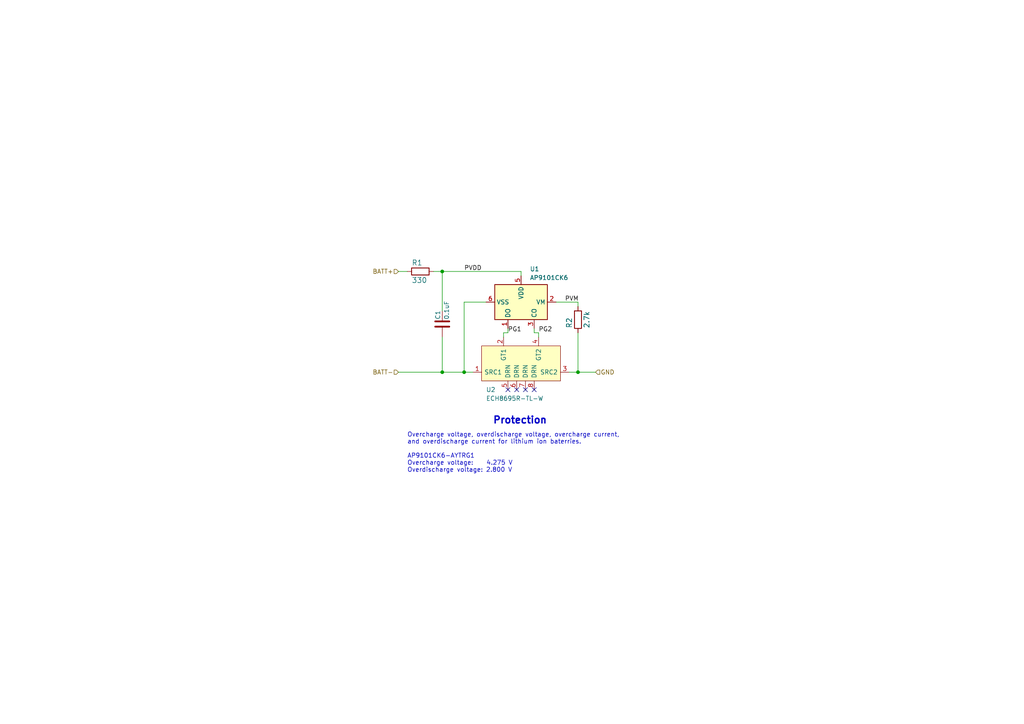
<source format=kicad_sch>
(kicad_sch (version 20210621) (generator eeschema)
  (paper "A4")
  (lib_symbols
    (symbol "Frequently_Used_LE:C" (pin_numbers hide) (pin_names (offset 0.254))
      (property "Reference" "C" (at 0.635 2.54 0))
      (property "Value" "C" (at 0.635 -2.54 0))
      (symbol "C_0_1"
        (polyline (pts (xy -2.032 -0.762) (xy 2.032 -0.762)) (stroke (width 0.508)))
        (polyline (pts (xy -2.032 0.762) (xy 2.032 0.762)) (stroke (width 0.508)))
      )
      (symbol "C_1_1"
        (pin passive line (at 0 3.81 270) (length 2.794) (name "~") (number "1"))
        (pin passive line (at 0 -3.81 90) (length 2.794) (name "~") (number "2"))
      )
    )
    (symbol "Frequently_Used_LE:R" (pin_numbers hide) (pin_names (offset 0))
      (property "Reference" "R" (at 2.032 0 90))
      (property "Value" "R" (at -1.905 0 90))
      (symbol "R_0_1"
        (rectangle (start -1.016 -2.54) (end 1.016 2.54) (stroke (width 0.254)))
      )
      (symbol "R_1_1"
        (pin passive line (at 0 3.81 270) (length 1.27) (name "~") (number "1"))
        (pin passive line (at 0 -3.81 90) (length 1.27) (name "~") (number "2"))
      )
    )
    (symbol "Li_Ion_LE:AP9101CK6"
      (property "Reference" "U" (at -7.62 6.35 0))
      (property "Value" "AP9101CK6" (at 7.62 6.35 0))
      (symbol "AP9101CK6_0_1"
        (rectangle (start -7.62 5.08) (end 7.62 -5.08) (stroke (width 0.254)) (fill (type background)))
      )
      (symbol "AP9101CK6_1_1"
        (pin output line (at -3.81 -7.62 90) (length 2.54) (name "DO") (number "1"))
        (pin passive line (at 10.16 0 180) (length 2.54) (name "VM") (number "2"))
        (pin output line (at 3.81 -7.62 90) (length 2.54) (name "CO") (number "3"))
        (pin no_connect line (at -7.62 2.54 0) (length 2.54) hide (name "NC") (number "4"))
        (pin passive line (at 0 7.62 270) (length 2.54) (name "VDD") (number "5"))
        (pin passive line (at -10.16 0 0) (length 2.54) (name "VSS") (number "6"))
      )
    )
    (symbol "Li_Ion_LE:ECH8695R-TL-W_Gates_on_Top" (pin_names (offset 0.762))
      (property "Reference" "U" (at 0 16.51 0))
      (property "Value" "ECH8695R-TL-W_Gates_on_Top" (at 0 13.97 0))
      (symbol "ECH8695R-TL-W_Gates_on_Top_0_0"
        (pin passive line (at -13.97 -2.54 0) (length 2.54) (name "SRC1") (number "1"))
        (pin input line (at -5.08 7.62 270) (length 2.54) (name "GT1") (number "2"))
        (pin input line (at 13.97 -2.54 180) (length 2.54) (name "SRC2") (number "3"))
        (pin input line (at 5.08 7.62 270) (length 2.54) (name "GT2") (number "4"))
        (pin passive line (at -3.81 -7.62 90) (length 2.54) (name "DRN") (number "5"))
        (pin passive line (at -1.27 -7.62 90) (length 2.54) (name "DRN") (number "6"))
        (pin passive line (at 1.27 -7.62 90) (length 2.54) (name "DRN") (number "7"))
        (pin passive line (at 3.81 -7.62 90) (length 2.54) (name "DRN") (number "8"))
      )
      (symbol "ECH8695R-TL-W_Gates_on_Top_0_1"
        (polyline (pts (xy -11.43 5.08) (xy 11.43 5.08) (xy 11.43 -5.08) (xy -11.43 -5.08) (xy -11.43 5.08)) (stroke (width 0.1524)) (fill (type background)))
      )
    )
  )
  (junction (at 128.27 107.95))
  (junction (at 134.62 107.95))
  (junction (at 167.64 107.95))
  (junction (at 128.27 78.74))
  (no_connect (at 152.4 113.03))
  (no_connect (at 147.32 113.03))
  (no_connect (at 154.94 113.03))
  (no_connect (at 149.86 113.03))
  (wire (pts (xy 128.27 107.95) (xy 134.62 107.95)))
  (wire (pts (xy 154.94 95.25) (xy 154.94 96.52)))
  (wire (pts (xy 134.62 87.63) (xy 134.62 107.95)))
  (wire (pts (xy 128.27 97.79) (xy 128.27 107.95)))
  (wire (pts (xy 167.64 87.63) (xy 167.64 88.9)))
  (wire (pts (xy 134.62 107.95) (xy 137.16 107.95)))
  (wire (pts (xy 147.32 95.25) (xy 147.32 96.52)))
  (wire (pts (xy 151.13 78.74) (xy 128.27 78.74)))
  (wire (pts (xy 147.32 96.52) (xy 146.05 96.52)))
  (wire (pts (xy 115.57 78.74) (xy 118.11 78.74)))
  (wire (pts (xy 146.05 96.52) (xy 146.05 97.79)))
  (wire (pts (xy 140.97 87.63) (xy 134.62 87.63)))
  (wire (pts (xy 151.13 78.74) (xy 151.13 80.01)))
  (wire (pts (xy 115.57 107.95) (xy 128.27 107.95)))
  (wire (pts (xy 161.29 87.63) (xy 167.64 87.63)))
  (wire (pts (xy 156.21 96.52) (xy 156.21 97.79)))
  (wire (pts (xy 154.94 96.52) (xy 156.21 96.52)))
  (wire (pts (xy 167.64 107.95) (xy 172.72 107.95)))
  (wire (pts (xy 165.1 107.95) (xy 167.64 107.95)))
  (wire (pts (xy 125.73 78.74) (xy 128.27 78.74)))
  (wire (pts (xy 128.27 78.74) (xy 128.27 90.17)))
  (wire (pts (xy 167.64 96.52) (xy 167.64 107.95)))
  (text "Protection" (at 142.875 123.19 0) (effects (font (size 2.0066 2.0066) (thickness 0.4013) bold) (justify left bottom)))
  (text "Overcharge voltage, overdischarge voltage, overcharge current, \nand overdischarge current for lithium ion baterries.\n\nAP9101CK6-AYTRG1\nOvercharge voltage:    4.275 V\nOverdischarge voltage: 2.800 V" (at 118.11 137.16 0) (effects (font (size 1.27 1.27)) (justify left bottom)))
  (label "PVDD" (at 134.62 78.74 0))
  (label "PG1" (at 147.32 96.52 0))
  (label "PVM" (at 163.83 87.63 0))
  (label "PG2" (at 156.21 96.52 0))
  (hierarchical_label "GND" (shape input) (at 172.72 107.95 0))
  (hierarchical_label "BATT+" (shape input) (at 115.57 78.74 180))
  (hierarchical_label "BATT-" (shape input) (at 115.57 107.95 180))
  (symbol (lib_id "Li_Ion_LE:AP9101CK6") (at 151.13 87.63 0)
    (property "Reference" "U1" (at 153.67 78.74 0) (effects (justify left bottom)))
    (property "Value" "AP9101CK6" (at 153.67 81.28 0) (effects (justify left bottom)))
    (property "Footprint" "Li_Ion_LE:SOT-23-6" (effects hide))
    (property "Datasheet" "https://www.diodes.com/assets/Datasheets/AP9101C.pdf" (effects hide))
    (property "Description" "Protection IC" (effects hide))
    (property "Manufacturer Part No." "AP9101CK6-AYTRG1" (effects hide))
    (property "Manufacturer Name" "Diodes Incorporated" (effects hide))
    (property "Source 1" "Digikey" (effects hide))
    (property "Source 1 Part No." "AP9101CK6-AYTRG1DICT-ND" (effects hide))
    (property "Source 2" "Mouser" (effects hide))
    (property "Source 2 Part No." "621-AP9101CK6-AYTRG1" (effects hide))
  )
  (symbol (lib_id "Frequently_Used_LE:R") (at 167.64 92.71 0)
    (property "Reference" "R2" (at 165.1 95.25 90) (effects (font (size 1.4986 1.4986)) (justify left)))
    (property "Value" "2.7k" (at 170.18 95.25 90) (effects (font (size 1.4986 1.4986)) (justify left)))
    (property "Footprint" "Frequently_Used_LE:0603_1608Metric" (effects hide))
    (property "Datasheet" "https://www.mouser.com/datasheet/2/348/esr_e-1139161.pdf" (effects hide))
    (property "Description" "2.7 kOhms ±1% 0.25W, 1/4W Chip Resistor" (effects hide))
    (property "Manufacturer Part No." "ESR03EZPF2701" (effects hide))
    (property "Manufacturer Name" "ROHM Semiconductor" (effects hide))
    (property "Source 1" "Digikey" (effects hide))
    (property "Source 1 Part No." "-" (effects hide))
    (property "Source 2" "Mouser" (effects hide))
    (property "Source 2 Part No." "755-ESR03EZPF2701" (effects hide))
  )
  (symbol (lib_id "Li_Ion_LE:ECH8695R-TL-W_Gates_on_Top") (at 151.13 105.41 0)
    (property "Reference" "U2" (at 140.97 113.03 0) (effects (justify left)))
    (property "Value" "ECH8695R-TL-W" (at 140.97 115.57 0) (effects (justify left)))
    (property "Footprint" "Li_Ion_LE:SOT65P280X95-8N" (effects hide))
    (property "Datasheet" "https://www.onsemi.com/pub/Collateral/ECH8695R-D.PDF" (effects hide))
    (property "Description" "Mosfet Array 2 N-Channel (Dual) Common Drain 24V 11A 1.4W" (effects hide))
    (property "Manufacturer Part No." "ECH8695R-TL-W" (effects hide))
    (property "Manufacturer Name" "ON Semiconductor" (effects hide))
    (property "Source 1" "Digikey" (effects hide))
    (property "Source 1 Part No." "ECH8695R-TL-WOSCT-ND" (effects hide))
    (property "Source 2" "Mouser" (effects hide))
    (property "Source 2 Part No." "863-ECH8695R-TL-W" (effects hide))
  )
  (symbol (lib_id "Frequently_Used_LE:C") (at 128.27 93.98 0)
    (property "Reference" "C1" (at 127 92.71 90) (effects (justify left)))
    (property "Value" "0.1uF" (at 129.54 92.71 90) (effects (justify left)))
    (property "Footprint" "Frequently_Used_LE:0603_1608Metric" (effects hide))
    (property "Datasheet" "https://www.mouser.com/datasheet/2/585/MLCC-1837944.pdf" (effects hide))
    (property "Description" "0.1µF ±20% 50V Ceramic Capacitor" (effects hide))
    (property "Manufacturer Part No." "CL10B104JB8NNNC" (effects hide))
    (property "Manufacturer Name" "Samsung Electro-Mechanics" (effects hide))
    (property "Source 1" "Digikey" (effects hide))
    (property "Source 1 Part No." "-" (effects hide))
    (property "Source 2" "Mouser" (effects hide))
    (property "Source 2 Part No." "187-CL10B104JB8NNNC" (effects hide))
  )
  (symbol (lib_id "Frequently_Used_LE:R") (at 121.92 78.74 270)
    (property "Reference" "R1" (at 119.38 76.2 90) (effects (font (size 1.4986 1.4986)) (justify left)))
    (property "Value" "330" (at 119.38 81.28 90) (effects (font (size 1.4986 1.4986)) (justify left)))
    (property "Footprint" "Frequently_Used_LE:0603_1608Metric" (effects hide))
    (property "Datasheet" "https://www.mouser.com/datasheet/2/348/esr_e-1139161.pdf" (effects hide))
    (property "Description" "330 Ohms ±1% 0.25W, 1/4W Chip Resistor" (effects hide))
    (property "Manufacturer Part No." "BUK6D30-40EX" (effects hide))
    (property "Manufacturer Name" "ROHM Semiconductor" (effects hide))
    (property "Source 1" "Digikey" (effects hide))
    (property "Source 1 Part No." "-" (effects hide))
    (property "Source 2" "Mouser" (effects hide))
    (property "Source 2 Part No." "755-ESR03EZPF3300" (effects hide))
  )
)
</source>
